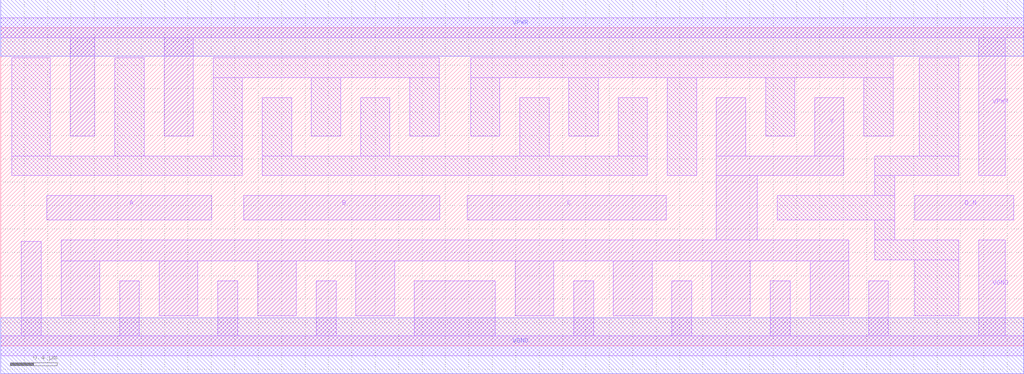
<source format=lef>
# Copyright 2020 The SkyWater PDK Authors
#
# Licensed under the Apache License, Version 2.0 (the "License");
# you may not use this file except in compliance with the License.
# You may obtain a copy of the License at
#
#     https://www.apache.org/licenses/LICENSE-2.0
#
# Unless required by applicable law or agreed to in writing, software
# distributed under the License is distributed on an "AS IS" BASIS,
# WITHOUT WARRANTIES OR CONDITIONS OF ANY KIND, either express or implied.
# See the License for the specific language governing permissions and
# limitations under the License.
#
# SPDX-License-Identifier: Apache-2.0

VERSION 5.5 ;
NAMESCASESENSITIVE ON ;
BUSBITCHARS "[]" ;
DIVIDERCHAR "/" ;
MACRO sky130_fd_sc_hd__nor4b_4
  CLASS CORE ;
  SOURCE USER ;
  ORIGIN  0.000000  0.000000 ;
  SIZE  8.740000 BY  2.720000 ;
  SYMMETRY X Y R90 ;
  SITE unithd ;
  PIN A
    ANTENNAGATEAREA  0.990000 ;
    DIRECTION INPUT ;
    USE SIGNAL ;
    PORT
      LAYER li1 ;
        RECT 0.395000 1.075000 1.805000 1.285000 ;
    END
  END A
  PIN B
    ANTENNAGATEAREA  0.990000 ;
    DIRECTION INPUT ;
    USE SIGNAL ;
    PORT
      LAYER li1 ;
        RECT 2.075000 1.075000 3.750000 1.285000 ;
    END
  END B
  PIN C
    ANTENNAGATEAREA  0.990000 ;
    DIRECTION INPUT ;
    USE SIGNAL ;
    PORT
      LAYER li1 ;
        RECT 3.985000 1.075000 5.685000 1.285000 ;
    END
  END C
  PIN D_N
    ANTENNAGATEAREA  0.247500 ;
    DIRECTION INPUT ;
    USE SIGNAL ;
    PORT
      LAYER li1 ;
        RECT 7.810000 1.075000 8.655000 1.285000 ;
    END
  END D_N
  PIN Y
    ANTENNADIFFAREA  1.944000 ;
    DIRECTION OUTPUT ;
    USE SIGNAL ;
    PORT
      LAYER li1 ;
        RECT 0.515000 0.255000 0.845000 0.725000 ;
        RECT 0.515000 0.725000 7.245000 0.905000 ;
        RECT 1.355000 0.255000 1.685000 0.725000 ;
        RECT 2.195000 0.255000 2.525000 0.725000 ;
        RECT 3.035000 0.255000 3.365000 0.725000 ;
        RECT 4.395000 0.255000 4.725000 0.725000 ;
        RECT 5.235000 0.255000 5.565000 0.725000 ;
        RECT 6.075000 0.255000 6.405000 0.725000 ;
        RECT 6.115000 0.905000 6.465000 1.455000 ;
        RECT 6.115000 1.455000 7.205000 1.625000 ;
        RECT 6.115000 1.625000 6.365000 2.125000 ;
        RECT 6.915000 0.255000 7.245000 0.725000 ;
        RECT 6.955000 1.625000 7.205000 2.125000 ;
    END
  END Y
  PIN VGND
    DIRECTION INOUT ;
    SHAPE ABUTMENT ;
    USE GROUND ;
    PORT
      LAYER li1 ;
        RECT 0.000000 -0.085000 8.740000 0.085000 ;
        RECT 0.175000  0.085000 0.345000 0.895000 ;
        RECT 1.015000  0.085000 1.185000 0.555000 ;
        RECT 1.855000  0.085000 2.025000 0.555000 ;
        RECT 2.695000  0.085000 2.865000 0.555000 ;
        RECT 3.535000  0.085000 4.225000 0.555000 ;
        RECT 4.895000  0.085000 5.065000 0.555000 ;
        RECT 5.735000  0.085000 5.905000 0.555000 ;
        RECT 6.575000  0.085000 6.745000 0.555000 ;
        RECT 7.415000  0.085000 7.585000 0.555000 ;
        RECT 8.355000  0.085000 8.585000 0.905000 ;
    END
    PORT
      LAYER met1 ;
        RECT 0.000000 -0.240000 8.740000 0.240000 ;
    END
  END VGND
  PIN VNB
    DIRECTION INOUT ;
    USE GROUND ;
    PORT
    END
  END VNB
  PIN VPB
    DIRECTION INOUT ;
    USE POWER ;
    PORT
    END
  END VPB
  PIN VPWR
    DIRECTION INOUT ;
    SHAPE ABUTMENT ;
    USE POWER ;
    PORT
      LAYER li1 ;
        RECT 0.000000 2.635000 8.740000 2.805000 ;
        RECT 0.595000 1.795000 0.805000 2.635000 ;
        RECT 1.395000 1.795000 1.645000 2.635000 ;
        RECT 8.355000 1.455000 8.585000 2.635000 ;
    END
    PORT
      LAYER met1 ;
        RECT 0.000000 2.480000 8.740000 2.960000 ;
    END
  END VPWR
  OBS
    LAYER li1 ;
      RECT 0.095000 1.455000 2.065000 1.625000 ;
      RECT 0.095000 1.625000 0.425000 2.465000 ;
      RECT 0.975000 1.625000 1.225000 2.465000 ;
      RECT 1.815000 1.625000 2.065000 2.295000 ;
      RECT 1.815000 2.295000 3.745000 2.465000 ;
      RECT 2.235000 1.455000 5.525000 1.625000 ;
      RECT 2.235000 1.625000 2.485000 2.125000 ;
      RECT 2.655000 1.795000 2.905000 2.295000 ;
      RECT 3.075000 1.625000 3.325000 2.125000 ;
      RECT 3.495000 1.795000 3.745000 2.295000 ;
      RECT 4.015000 1.795000 4.265000 2.295000 ;
      RECT 4.015000 2.295000 7.625000 2.465000 ;
      RECT 4.435000 1.625000 4.685000 2.125000 ;
      RECT 4.855000 1.795000 5.105000 2.295000 ;
      RECT 5.275000 1.625000 5.525000 2.125000 ;
      RECT 5.695000 1.455000 5.945000 2.295000 ;
      RECT 6.535000 1.795000 6.785000 2.295000 ;
      RECT 6.635000 1.075000 7.640000 1.285000 ;
      RECT 7.375000 1.795000 7.625000 2.295000 ;
      RECT 7.470000 0.735000 8.185000 0.905000 ;
      RECT 7.470000 0.905000 7.640000 1.075000 ;
      RECT 7.470000 1.285000 7.640000 1.455000 ;
      RECT 7.470000 1.455000 8.185000 1.625000 ;
      RECT 7.810000 0.255000 8.185000 0.735000 ;
      RECT 7.850000 1.625000 8.185000 2.465000 ;
  END
END sky130_fd_sc_hd__nor4b_4
END LIBRARY

</source>
